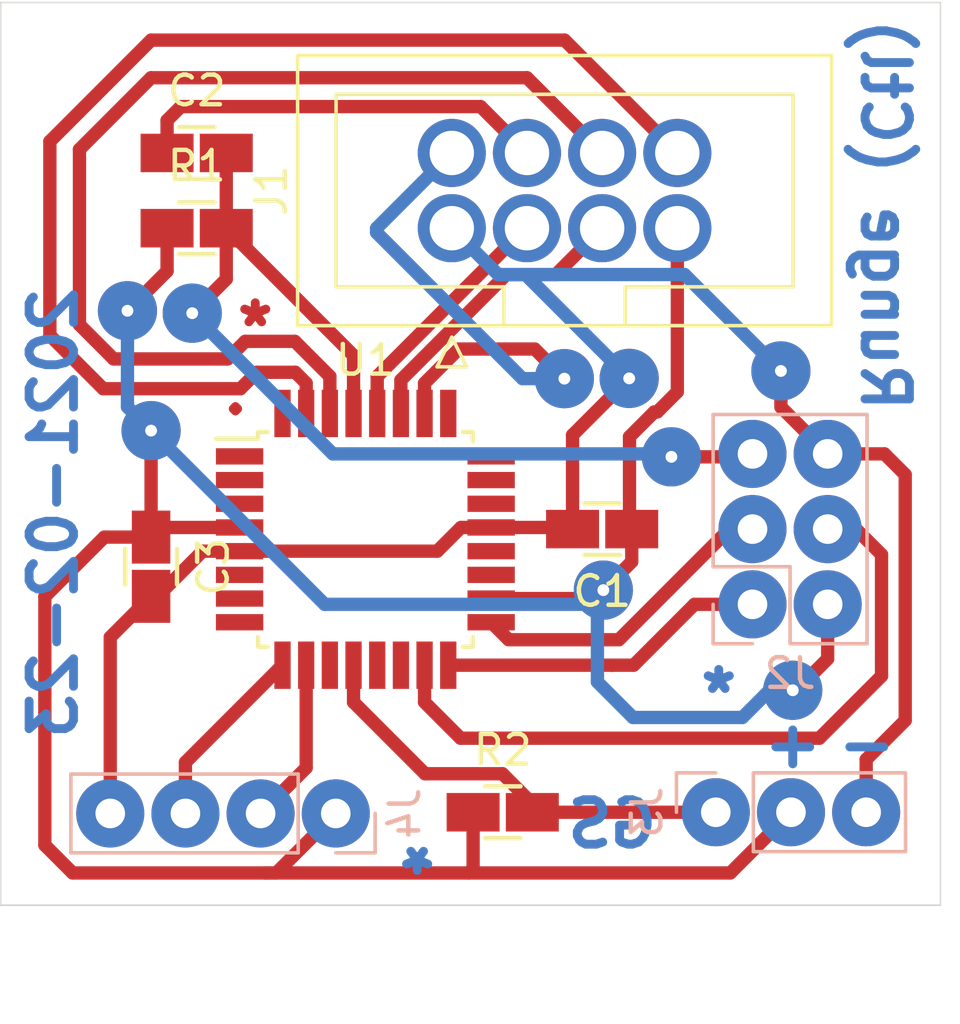
<source format=kicad_pcb>
(kicad_pcb (version 20171130) (host pcbnew 5.1.9-73d0e3b20d~88~ubuntu20.04.1)

  (general
    (thickness 1.6)
    (drawings 13)
    (tracks 155)
    (zones 0)
    (modules 10)
    (nets 16)
  )

  (page A4)
  (layers
    (0 F.Cu signal)
    (31 B.Cu signal)
    (32 B.Adhes user)
    (33 F.Adhes user)
    (34 B.Paste user)
    (35 F.Paste user)
    (36 B.SilkS user)
    (37 F.SilkS user)
    (38 B.Mask user)
    (39 F.Mask user)
    (40 Dwgs.User user)
    (41 Cmts.User user)
    (42 Eco1.User user)
    (43 Eco2.User user)
    (44 Edge.Cuts user)
    (45 Margin user)
    (46 B.CrtYd user)
    (47 F.CrtYd user)
    (48 B.Fab user)
    (49 F.Fab user)
  )

  (setup
    (last_trace_width 0.45)
    (trace_clearance 0.19)
    (zone_clearance 0.508)
    (zone_45_only no)
    (trace_min 0.2)
    (via_size 2)
    (via_drill 0.4)
    (via_min_size 0.4)
    (via_min_drill 0.3)
    (uvia_size 0.3)
    (uvia_drill 0.1)
    (uvias_allowed no)
    (uvia_min_size 0.2)
    (uvia_min_drill 0.1)
    (edge_width 0.05)
    (segment_width 0.2)
    (pcb_text_width 0.3)
    (pcb_text_size 1.5 1.5)
    (mod_edge_width 0.12)
    (mod_text_size 1 1)
    (mod_text_width 0.15)
    (pad_size 1.524 1.524)
    (pad_drill 0.762)
    (pad_to_mask_clearance 0)
    (aux_axis_origin 0 0)
    (visible_elements FFFFFF7F)
    (pcbplotparams
      (layerselection 0x010fc_ffffffff)
      (usegerberextensions false)
      (usegerberattributes true)
      (usegerberadvancedattributes true)
      (creategerberjobfile true)
      (excludeedgelayer true)
      (linewidth 0.100000)
      (plotframeref false)
      (viasonmask false)
      (mode 1)
      (useauxorigin false)
      (hpglpennumber 1)
      (hpglpenspeed 20)
      (hpglpendiameter 15.000000)
      (psnegative false)
      (psa4output false)
      (plotreference true)
      (plotvalue true)
      (plotinvisibletext false)
      (padsonsilk false)
      (subtractmaskfromsilk false)
      (outputformat 1)
      (mirror false)
      (drillshape 1)
      (scaleselection 1)
      (outputdirectory ""))
  )

  (net 0 "")
  (net 1 +5V)
  (net 2 GND)
  (net 3 DTR)
  (net 4 RESET)
  (net 5 TXD)
  (net 6 RXD)
  (net 7 INT)
  (net 8 SDA)
  (net 9 SCL)
  (net 10 MOSI)
  (net 11 SCK)
  (net 12 MISO)
  (net 13 GRINDER)
  (net 14 "Net-(J4-Pad3)")
  (net 15 "Net-(J4-Pad2)")

  (net_class Default "This is the default net class."
    (clearance 0.19)
    (trace_width 0.45)
    (via_dia 2)
    (via_drill 0.4)
    (uvia_dia 0.3)
    (uvia_drill 0.1)
    (add_net +5V)
    (add_net DTR)
    (add_net GND)
    (add_net GRINDER)
    (add_net INT)
    (add_net MISO)
    (add_net MOSI)
    (add_net "Net-(J4-Pad2)")
    (add_net "Net-(J4-Pad3)")
    (add_net RESET)
    (add_net RXD)
    (add_net SCK)
    (add_net SCL)
    (add_net SDA)
    (add_net TXD)
  )

  (module Connector_IDC:IDC-Header_2x04_P2.54mm_Vertical (layer F.Cu) (tedit 6035F848) (tstamp 602C9C70)
    (at 144.78 55.88 90)
    (descr "Through hole IDC box header, 2x04, 2.54mm pitch, DIN 41651 / IEC 60603-13, double rows, https://docs.google.com/spreadsheets/d/16SsEcesNF15N3Lb4niX7dcUr-NY5_MFPQhobNuNppn4/edit#gid=0")
    (tags "Through hole vertical IDC box header THT 2x04 2.54mm double row")
    (path /602C985D)
    (fp_text reference J1 (at 1.27 -6.1 90) (layer F.SilkS)
      (effects (font (size 1 1) (thickness 0.15)))
    )
    (fp_text value "Board Connector" (at 1.27 13.72 90) (layer F.Fab)
      (effects (font (size 1 1) (thickness 0.15)))
    )
    (fp_line (start 6.22 -5.6) (end -3.68 -5.6) (layer F.CrtYd) (width 0.05))
    (fp_line (start 6.22 13.22) (end 6.22 -5.6) (layer F.CrtYd) (width 0.05))
    (fp_line (start -3.68 13.22) (end 6.22 13.22) (layer F.CrtYd) (width 0.05))
    (fp_line (start -3.68 -5.6) (end -3.68 13.22) (layer F.CrtYd) (width 0.05))
    (fp_line (start -4.68 0.5) (end -3.68 0) (layer F.SilkS) (width 0.12))
    (fp_line (start -4.68 -0.5) (end -4.68 0.5) (layer F.SilkS) (width 0.12))
    (fp_line (start -3.68 0) (end -4.68 -0.5) (layer F.SilkS) (width 0.12))
    (fp_line (start -1.98 5.86) (end -3.29 5.86) (layer F.SilkS) (width 0.12))
    (fp_line (start -1.98 5.86) (end -1.98 5.86) (layer F.SilkS) (width 0.12))
    (fp_line (start -1.98 11.53) (end -1.98 5.86) (layer F.SilkS) (width 0.12))
    (fp_line (start 4.52 11.53) (end -1.98 11.53) (layer F.SilkS) (width 0.12))
    (fp_line (start 4.52 -3.91) (end 4.52 11.53) (layer F.SilkS) (width 0.12))
    (fp_line (start -1.98 -3.91) (end 4.52 -3.91) (layer F.SilkS) (width 0.12))
    (fp_line (start -1.98 1.76) (end -1.98 -3.91) (layer F.SilkS) (width 0.12))
    (fp_line (start -3.29 1.76) (end -1.98 1.76) (layer F.SilkS) (width 0.12))
    (fp_line (start -3.29 12.83) (end -3.29 -5.21) (layer F.SilkS) (width 0.12))
    (fp_line (start 5.83 12.83) (end -3.29 12.83) (layer F.SilkS) (width 0.12))
    (fp_line (start 5.83 -5.21) (end 5.83 12.83) (layer F.SilkS) (width 0.12))
    (fp_line (start -3.29 -5.21) (end 5.83 -5.21) (layer F.SilkS) (width 0.12))
    (fp_line (start -1.98 5.86) (end -3.18 5.86) (layer F.Fab) (width 0.1))
    (fp_line (start -1.98 5.86) (end -1.98 5.86) (layer F.Fab) (width 0.1))
    (fp_line (start -1.98 11.53) (end -1.98 5.86) (layer F.Fab) (width 0.1))
    (fp_line (start 4.52 11.53) (end -1.98 11.53) (layer F.Fab) (width 0.1))
    (fp_line (start 4.52 -3.91) (end 4.52 11.53) (layer F.Fab) (width 0.1))
    (fp_line (start -1.98 -3.91) (end 4.52 -3.91) (layer F.Fab) (width 0.1))
    (fp_line (start -1.98 1.76) (end -1.98 -3.91) (layer F.Fab) (width 0.1))
    (fp_line (start -3.18 1.76) (end -1.98 1.76) (layer F.Fab) (width 0.1))
    (fp_line (start -3.18 12.72) (end -3.18 -4.1) (layer F.Fab) (width 0.1))
    (fp_line (start 5.72 12.72) (end -3.18 12.72) (layer F.Fab) (width 0.1))
    (fp_line (start 5.72 -5.1) (end 5.72 12.72) (layer F.Fab) (width 0.1))
    (fp_line (start -2.18 -5.1) (end 5.72 -5.1) (layer F.Fab) (width 0.1))
    (fp_line (start -3.18 -4.1) (end -2.18 -5.1) (layer F.Fab) (width 0.1))
    (fp_text user %R (at 1.27 3.81 180) (layer F.Fab)
      (effects (font (size 1 1) (thickness 0.15)))
    )
    (pad 8 thru_hole circle (at 2.54 7.62 90) (size 2.3 2.3) (drill 1.5) (layers *.Cu *.Mask)
      (net 5 TXD))
    (pad 6 thru_hole circle (at 2.54 5.08 90) (size 2.3 2.3) (drill 1.5) (layers *.Cu *.Mask)
      (net 6 RXD))
    (pad 4 thru_hole circle (at 2.54 2.54 90) (size 2.3 2.3) (drill 1.5) (layers *.Cu *.Mask)
      (net 3 DTR))
    (pad 2 thru_hole circle (at 2.54 0 90) (size 2.3 2.3) (drill 1.5) (layers *.Cu *.Mask)
      (net 7 INT))
    (pad 7 thru_hole circle (at 0 7.62 90) (size 2.3 2.3) (drill 1.5) (layers *.Cu *.Mask)
      (net 1 +5V))
    (pad 5 thru_hole circle (at 0 5.08 90) (size 2.3 2.3) (drill 1.5) (layers *.Cu *.Mask)
      (net 8 SDA))
    (pad 3 thru_hole circle (at 0 2.54 90) (size 2.3 2.3) (drill 1.5) (layers *.Cu *.Mask)
      (net 9 SCL))
    (pad 1 thru_hole circle (at 0 0 90) (size 2.3 2.3) (drill 1.5) (layers *.Cu *.Mask)
      (net 2 GND))
    (model ${KISYS3DMOD}/Connector_IDC.3dshapes/IDC-Header_2x04_P2.54mm_Vertical.wrl
      (at (xyz 0 0 0))
      (scale (xyz 1 1 1))
      (rotate (xyz 0 0 0))
    )
  )

  (module Connector_PinHeader_2.54mm:PinHeader_2x03_P2.54mm_Vertical (layer B.Cu) (tedit 602C9F73) (tstamp 602C9C8C)
    (at 154.94 68.58)
    (descr "Through hole straight pin header, 2x03, 2.54mm pitch, double rows")
    (tags "Through hole pin header THT 2x03 2.54mm double row")
    (path /602E2B8B)
    (fp_text reference J2 (at 1.27 2.33) (layer B.SilkS)
      (effects (font (size 1 1) (thickness 0.15)) (justify mirror))
    )
    (fp_text value ICSP (at 1.27 -7.41) (layer B.Fab)
      (effects (font (size 1 1) (thickness 0.15)) (justify mirror))
    )
    (fp_line (start 0 1.27) (end 3.81 1.27) (layer B.Fab) (width 0.1))
    (fp_line (start 3.81 1.27) (end 3.81 -6.35) (layer B.Fab) (width 0.1))
    (fp_line (start 3.81 -6.35) (end -1.27 -6.35) (layer B.Fab) (width 0.1))
    (fp_line (start -1.27 -6.35) (end -1.27 0) (layer B.Fab) (width 0.1))
    (fp_line (start -1.27 0) (end 0 1.27) (layer B.Fab) (width 0.1))
    (fp_line (start -1.33 -6.41) (end 3.87 -6.41) (layer B.SilkS) (width 0.12))
    (fp_line (start -1.33 -1.27) (end -1.33 -6.41) (layer B.SilkS) (width 0.12))
    (fp_line (start 3.87 1.33) (end 3.87 -6.41) (layer B.SilkS) (width 0.12))
    (fp_line (start -1.33 -1.27) (end 1.27 -1.27) (layer B.SilkS) (width 0.12))
    (fp_line (start 1.27 -1.27) (end 1.27 1.33) (layer B.SilkS) (width 0.12))
    (fp_line (start 1.27 1.33) (end 3.87 1.33) (layer B.SilkS) (width 0.12))
    (fp_line (start -1.33 0) (end -1.33 1.33) (layer B.SilkS) (width 0.12))
    (fp_line (start -1.33 1.33) (end 0 1.33) (layer B.SilkS) (width 0.12))
    (fp_line (start -1.8 1.8) (end -1.8 -6.85) (layer B.CrtYd) (width 0.05))
    (fp_line (start -1.8 -6.85) (end 4.35 -6.85) (layer B.CrtYd) (width 0.05))
    (fp_line (start 4.35 -6.85) (end 4.35 1.8) (layer B.CrtYd) (width 0.05))
    (fp_line (start 4.35 1.8) (end -1.8 1.8) (layer B.CrtYd) (width 0.05))
    (fp_text user %R (at 1.27 -2.54 -90) (layer B.Fab)
      (effects (font (size 1 1) (thickness 0.15)) (justify mirror))
    )
    (pad 6 thru_hole circle (at 2.54 -5.08) (size 2.3 2.3) (drill 1) (layers *.Cu *.Mask)
      (net 2 GND))
    (pad 5 thru_hole circle (at 0 -5.08) (size 2.3 2.3) (drill 1) (layers *.Cu *.Mask)
      (net 4 RESET))
    (pad 4 thru_hole circle (at 2.54 -2.54) (size 2.3 2.3) (drill 1) (layers *.Cu *.Mask)
      (net 10 MOSI))
    (pad 3 thru_hole circle (at 0 -2.54) (size 2.3 2.3) (drill 1) (layers *.Cu *.Mask)
      (net 11 SCK))
    (pad 2 thru_hole circle (at 2.54 0) (size 2.3 2.3) (drill 1) (layers *.Cu *.Mask)
      (net 1 +5V))
    (pad 1 thru_hole circle (at 0 0) (size 2.3 2.3) (drill 1) (layers *.Cu *.Mask)
      (net 12 MISO))
    (model ${KISYS3DMOD}/Connector_PinHeader_2.54mm.3dshapes/PinHeader_2x03_P2.54mm_Vertical.wrl
      (at (xyz 0 0 0))
      (scale (xyz 1 1 1))
      (rotate (xyz 0 0 0))
    )
  )

  (module Connector_PinHeader_2.54mm:PinHeader_1x04_P2.54mm_Vertical (layer B.Cu) (tedit 602C9D96) (tstamp 602CA1DA)
    (at 140.86 75.64 90)
    (descr "Through hole straight pin header, 1x04, 2.54mm pitch, single row")
    (tags "Through hole pin header THT 1x04 2.54mm single row")
    (path /602CAF50)
    (fp_text reference J4 (at 0 2.33 270) (layer B.SilkS)
      (effects (font (size 1 1) (thickness 0.15)) (justify mirror))
    )
    (fp_text value "Load Cell" (at 0 -9.95 270) (layer B.Fab)
      (effects (font (size 1 1) (thickness 0.15)) (justify mirror))
    )
    (fp_line (start -0.635 1.27) (end 1.27 1.27) (layer B.Fab) (width 0.1))
    (fp_line (start 1.27 1.27) (end 1.27 -8.89) (layer B.Fab) (width 0.1))
    (fp_line (start 1.27 -8.89) (end -1.27 -8.89) (layer B.Fab) (width 0.1))
    (fp_line (start -1.27 -8.89) (end -1.27 0.635) (layer B.Fab) (width 0.1))
    (fp_line (start -1.27 0.635) (end -0.635 1.27) (layer B.Fab) (width 0.1))
    (fp_line (start -1.33 -8.95) (end 1.33 -8.95) (layer B.SilkS) (width 0.12))
    (fp_line (start -1.33 -1.27) (end -1.33 -8.95) (layer B.SilkS) (width 0.12))
    (fp_line (start 1.33 -1.27) (end 1.33 -8.95) (layer B.SilkS) (width 0.12))
    (fp_line (start -1.33 -1.27) (end 1.33 -1.27) (layer B.SilkS) (width 0.12))
    (fp_line (start -1.33 0) (end -1.33 1.33) (layer B.SilkS) (width 0.12))
    (fp_line (start -1.33 1.33) (end 0 1.33) (layer B.SilkS) (width 0.12))
    (fp_line (start -1.8 1.8) (end -1.8 -9.4) (layer B.CrtYd) (width 0.05))
    (fp_line (start -1.8 -9.4) (end 1.8 -9.4) (layer B.CrtYd) (width 0.05))
    (fp_line (start 1.8 -9.4) (end 1.8 1.8) (layer B.CrtYd) (width 0.05))
    (fp_line (start 1.8 1.8) (end -1.8 1.8) (layer B.CrtYd) (width 0.05))
    (fp_text user %R (at 0 -3.81 90) (layer B.Fab)
      (effects (font (size 1 1) (thickness 0.15)) (justify mirror))
    )
    (pad 4 thru_hole circle (at 0 -7.62 90) (size 2.3 2.3) (drill 1) (layers *.Cu *.Mask)
      (net 2 GND))
    (pad 3 thru_hole circle (at 0 -5.08 90) (size 2.3 2.3) (drill 1) (layers *.Cu *.Mask)
      (net 14 "Net-(J4-Pad3)"))
    (pad 2 thru_hole circle (at 0 -2.54 90) (size 2.3 2.3) (drill 1) (layers *.Cu *.Mask)
      (net 15 "Net-(J4-Pad2)"))
    (pad 1 thru_hole circle (at 0 0 90) (size 2.3 2.3) (drill 1) (layers *.Cu *.Mask)
      (net 1 +5V))
    (model ${KISYS3DMOD}/Connector_PinHeader_2.54mm.3dshapes/PinHeader_1x04_P2.54mm_Vertical.wrl
      (at (xyz 0 0 0))
      (scale (xyz 1 1 1))
      (rotate (xyz 0 0 0))
    )
  )

  (module Connector_PinHeader_2.54mm:PinHeader_1x03_P2.54mm_Vertical (layer B.Cu) (tedit 602C9728) (tstamp 602C9CA3)
    (at 153.7 75.6 270)
    (descr "Through hole straight pin header, 1x03, 2.54mm pitch, single row")
    (tags "Through hole pin header THT 1x03 2.54mm single row")
    (path /602DD5D0)
    (fp_text reference J3 (at 0 2.33 270) (layer B.SilkS)
      (effects (font (size 1 1) (thickness 0.15)) (justify mirror))
    )
    (fp_text value "Power and Grinder" (at 0 -7.41 270) (layer B.Fab)
      (effects (font (size 1 1) (thickness 0.15)) (justify mirror))
    )
    (fp_line (start 1.8 1.8) (end -1.8 1.8) (layer B.CrtYd) (width 0.05))
    (fp_line (start 1.8 -6.85) (end 1.8 1.8) (layer B.CrtYd) (width 0.05))
    (fp_line (start -1.8 -6.85) (end 1.8 -6.85) (layer B.CrtYd) (width 0.05))
    (fp_line (start -1.8 1.8) (end -1.8 -6.85) (layer B.CrtYd) (width 0.05))
    (fp_line (start -1.33 1.33) (end 0 1.33) (layer B.SilkS) (width 0.12))
    (fp_line (start -1.33 0) (end -1.33 1.33) (layer B.SilkS) (width 0.12))
    (fp_line (start -1.33 -1.27) (end 1.33 -1.27) (layer B.SilkS) (width 0.12))
    (fp_line (start 1.33 -1.27) (end 1.33 -6.41) (layer B.SilkS) (width 0.12))
    (fp_line (start -1.33 -1.27) (end -1.33 -6.41) (layer B.SilkS) (width 0.12))
    (fp_line (start -1.33 -6.41) (end 1.33 -6.41) (layer B.SilkS) (width 0.12))
    (fp_line (start -1.27 0.635) (end -0.635 1.27) (layer B.Fab) (width 0.1))
    (fp_line (start -1.27 -6.35) (end -1.27 0.635) (layer B.Fab) (width 0.1))
    (fp_line (start 1.27 -6.35) (end -1.27 -6.35) (layer B.Fab) (width 0.1))
    (fp_line (start 1.27 1.27) (end 1.27 -6.35) (layer B.Fab) (width 0.1))
    (fp_line (start -0.635 1.27) (end 1.27 1.27) (layer B.Fab) (width 0.1))
    (fp_text user %R (at 0 -2.54) (layer B.Fab)
      (effects (font (size 1 1) (thickness 0.15)) (justify mirror))
    )
    (pad 3 thru_hole circle (at 0 -5.08 270) (size 2.3 2.3) (drill 1) (layers *.Cu *.Mask)
      (net 2 GND))
    (pad 2 thru_hole circle (at 0 -2.54 270) (size 2.3 2.3) (drill 1) (layers *.Cu *.Mask)
      (net 1 +5V))
    (pad 1 thru_hole circle (at 0 0 270) (size 2.3 2.3) (drill 1) (layers *.Cu *.Mask)
      (net 13 GRINDER))
    (model ${KISYS3DMOD}/Connector_PinHeader_2.54mm.3dshapes/PinHeader_1x03_P2.54mm_Vertical.wrl
      (at (xyz 0 0 0))
      (scale (xyz 1 1 1))
      (rotate (xyz 0 0 0))
    )
  )

  (module coddingtonbear:0805_Milling (layer F.Cu) (tedit 5A864972) (tstamp 602CA1BA)
    (at 134.62 67.31 270)
    (descr "Resistor SMD 0805, reflow soldering, Vishay (see dcrcw.pdf)")
    (tags "resistor 0805")
    (path /602F6F2A)
    (attr smd)
    (fp_text reference C3 (at 0 -2.1 90) (layer F.SilkS)
      (effects (font (size 1 1) (thickness 0.15)))
    )
    (fp_text value 0.1u (at 0 2.1 90) (layer F.Fab)
      (effects (font (size 1 1) (thickness 0.15)))
    )
    (fp_line (start 0.6 0.875) (end -0.6 0.875) (layer F.SilkS) (width 0.15))
    (fp_line (start -0.6 -0.875) (end 0.6 -0.875) (layer F.SilkS) (width 0.15))
    (pad 1 smd rect (at -1 0 270) (size 1.79 1.3) (layers F.Cu F.Paste F.Mask)
      (net 1 +5V))
    (pad 2 smd rect (at 1 0 270) (size 1.79 1.3) (layers F.Cu F.Paste F.Mask)
      (net 2 GND))
    (model Resistors_SMD.3dshapes/R_0805.wrl
      (at (xyz 0 0 0))
      (scale (xyz 1 1 1))
      (rotate (xyz 0 0 0))
    )
  )

  (module Package_QFP:TQFP-32_7x7mm_P0.8mm (layer F.Cu) (tedit 5A02F146) (tstamp 602C9CEA)
    (at 141.860001 66.385)
    (descr "32-Lead Plastic Thin Quad Flatpack (PT) - 7x7x1.0 mm Body, 2.00 mm [TQFP] (see Microchip Packaging Specification 00000049BS.pdf)")
    (tags "QFP 0.8")
    (path /602CC02B)
    (attr smd)
    (fp_text reference U1 (at 0 -6.05) (layer F.SilkS)
      (effects (font (size 1 1) (thickness 0.15)))
    )
    (fp_text value ATmega328PB-AU (at 0 6.05) (layer F.Fab)
      (effects (font (size 1 1) (thickness 0.15)))
    )
    (fp_line (start -3.625 -3.4) (end -5.05 -3.4) (layer F.SilkS) (width 0.15))
    (fp_line (start 3.625 -3.625) (end 3.3 -3.625) (layer F.SilkS) (width 0.15))
    (fp_line (start 3.625 3.625) (end 3.3 3.625) (layer F.SilkS) (width 0.15))
    (fp_line (start -3.625 3.625) (end -3.3 3.625) (layer F.SilkS) (width 0.15))
    (fp_line (start -3.625 -3.625) (end -3.3 -3.625) (layer F.SilkS) (width 0.15))
    (fp_line (start -3.625 3.625) (end -3.625 3.3) (layer F.SilkS) (width 0.15))
    (fp_line (start 3.625 3.625) (end 3.625 3.3) (layer F.SilkS) (width 0.15))
    (fp_line (start 3.625 -3.625) (end 3.625 -3.3) (layer F.SilkS) (width 0.15))
    (fp_line (start -3.625 -3.625) (end -3.625 -3.4) (layer F.SilkS) (width 0.15))
    (fp_line (start -5.3 5.3) (end 5.3 5.3) (layer F.CrtYd) (width 0.05))
    (fp_line (start -5.3 -5.3) (end 5.3 -5.3) (layer F.CrtYd) (width 0.05))
    (fp_line (start 5.3 -5.3) (end 5.3 5.3) (layer F.CrtYd) (width 0.05))
    (fp_line (start -5.3 -5.3) (end -5.3 5.3) (layer F.CrtYd) (width 0.05))
    (fp_line (start -3.5 -2.5) (end -2.5 -3.5) (layer F.Fab) (width 0.15))
    (fp_line (start -3.5 3.5) (end -3.5 -2.5) (layer F.Fab) (width 0.15))
    (fp_line (start 3.5 3.5) (end -3.5 3.5) (layer F.Fab) (width 0.15))
    (fp_line (start 3.5 -3.5) (end 3.5 3.5) (layer F.Fab) (width 0.15))
    (fp_line (start -2.5 -3.5) (end 3.5 -3.5) (layer F.Fab) (width 0.15))
    (fp_text user %R (at 0 0) (layer F.Fab)
      (effects (font (size 1 1) (thickness 0.15)))
    )
    (pad 32 smd rect (at -2.8 -4.25 90) (size 1.6 0.55) (layers F.Cu F.Paste F.Mask))
    (pad 31 smd rect (at -2 -4.25 90) (size 1.6 0.55) (layers F.Cu F.Paste F.Mask)
      (net 5 TXD))
    (pad 30 smd rect (at -1.2 -4.25 90) (size 1.6 0.55) (layers F.Cu F.Paste F.Mask)
      (net 6 RXD))
    (pad 29 smd rect (at -0.4 -4.25 90) (size 1.6 0.55) (layers F.Cu F.Paste F.Mask)
      (net 4 RESET))
    (pad 28 smd rect (at 0.4 -4.25 90) (size 1.6 0.55) (layers F.Cu F.Paste F.Mask)
      (net 9 SCL))
    (pad 27 smd rect (at 1.2 -4.25 90) (size 1.6 0.55) (layers F.Cu F.Paste F.Mask)
      (net 8 SDA))
    (pad 26 smd rect (at 2 -4.25 90) (size 1.6 0.55) (layers F.Cu F.Paste F.Mask)
      (net 7 INT))
    (pad 25 smd rect (at 2.8 -4.25 90) (size 1.6 0.55) (layers F.Cu F.Paste F.Mask))
    (pad 24 smd rect (at 4.25 -2.8) (size 1.6 0.55) (layers F.Cu F.Paste F.Mask))
    (pad 23 smd rect (at 4.25 -2) (size 1.6 0.55) (layers F.Cu F.Paste F.Mask))
    (pad 22 smd rect (at 4.25 -1.2) (size 1.6 0.55) (layers F.Cu F.Paste F.Mask))
    (pad 21 smd rect (at 4.25 -0.4) (size 1.6 0.55) (layers F.Cu F.Paste F.Mask)
      (net 2 GND))
    (pad 20 smd rect (at 4.25 0.4) (size 1.6 0.55) (layers F.Cu F.Paste F.Mask))
    (pad 19 smd rect (at 4.25 1.2) (size 1.6 0.55) (layers F.Cu F.Paste F.Mask))
    (pad 18 smd rect (at 4.25 2) (size 1.6 0.55) (layers F.Cu F.Paste F.Mask)
      (net 1 +5V))
    (pad 17 smd rect (at 4.25 2.8) (size 1.6 0.55) (layers F.Cu F.Paste F.Mask)
      (net 11 SCK))
    (pad 16 smd rect (at 2.8 4.25 90) (size 1.6 0.55) (layers F.Cu F.Paste F.Mask)
      (net 12 MISO))
    (pad 15 smd rect (at 2 4.25 90) (size 1.6 0.55) (layers F.Cu F.Paste F.Mask)
      (net 10 MOSI))
    (pad 14 smd rect (at 1.2 4.25 90) (size 1.6 0.55) (layers F.Cu F.Paste F.Mask))
    (pad 13 smd rect (at 0.4 4.25 90) (size 1.6 0.55) (layers F.Cu F.Paste F.Mask))
    (pad 12 smd rect (at -0.4 4.25 90) (size 1.6 0.55) (layers F.Cu F.Paste F.Mask)
      (net 13 GRINDER))
    (pad 11 smd rect (at -1.2 4.25 90) (size 1.6 0.55) (layers F.Cu F.Paste F.Mask))
    (pad 10 smd rect (at -2 4.25 90) (size 1.6 0.55) (layers F.Cu F.Paste F.Mask)
      (net 15 "Net-(J4-Pad2)"))
    (pad 9 smd rect (at -2.8 4.25 90) (size 1.6 0.55) (layers F.Cu F.Paste F.Mask)
      (net 14 "Net-(J4-Pad3)"))
    (pad 8 smd rect (at -4.25 2.8) (size 1.6 0.55) (layers F.Cu F.Paste F.Mask))
    (pad 7 smd rect (at -4.25 2) (size 1.6 0.55) (layers F.Cu F.Paste F.Mask))
    (pad 6 smd rect (at -4.25 1.2) (size 1.6 0.55) (layers F.Cu F.Paste F.Mask))
    (pad 5 smd rect (at -4.25 0.4) (size 1.6 0.55) (layers F.Cu F.Paste F.Mask)
      (net 2 GND))
    (pad 4 smd rect (at -4.25 -0.4) (size 1.6 0.55) (layers F.Cu F.Paste F.Mask)
      (net 1 +5V))
    (pad 3 smd rect (at -4.25 -1.2) (size 1.6 0.55) (layers F.Cu F.Paste F.Mask))
    (pad 2 smd rect (at -4.25 -2) (size 1.6 0.55) (layers F.Cu F.Paste F.Mask))
    (pad 1 smd rect (at -4.25 -2.8) (size 1.6 0.55) (layers F.Cu F.Paste F.Mask))
    (model ${KISYS3DMOD}/Package_QFP.3dshapes/TQFP-32_7x7mm_P0.8mm.wrl
      (at (xyz 0 0 0))
      (scale (xyz 1 1 1))
      (rotate (xyz 0 0 0))
    )
  )

  (module coddingtonbear:0805_Milling (layer F.Cu) (tedit 5A864972) (tstamp 602C9CB3)
    (at 146.5 75.6)
    (descr "Resistor SMD 0805, reflow soldering, Vishay (see dcrcw.pdf)")
    (tags "resistor 0805")
    (path /602DF22D)
    (attr smd)
    (fp_text reference R2 (at 0 -2.1) (layer F.SilkS)
      (effects (font (size 1 1) (thickness 0.15)))
    )
    (fp_text value 10k (at 0 2.1) (layer F.Fab)
      (effects (font (size 1 1) (thickness 0.15)))
    )
    (fp_line (start 0.6 0.875) (end -0.6 0.875) (layer F.SilkS) (width 0.15))
    (fp_line (start -0.6 -0.875) (end 0.6 -0.875) (layer F.SilkS) (width 0.15))
    (pad 1 smd rect (at -1 0) (size 1.79 1.3) (layers F.Cu F.Paste F.Mask)
      (net 1 +5V))
    (pad 2 smd rect (at 1 0) (size 1.79 1.3) (layers F.Cu F.Paste F.Mask)
      (net 13 GRINDER))
    (model Resistors_SMD.3dshapes/R_0805.wrl
      (at (xyz 0 0 0))
      (scale (xyz 1 1 1))
      (rotate (xyz 0 0 0))
    )
  )

  (module coddingtonbear:0805_Milling (layer F.Cu) (tedit 5A864972) (tstamp 602C9CAB)
    (at 136.16 55.88)
    (descr "Resistor SMD 0805, reflow soldering, Vishay (see dcrcw.pdf)")
    (tags "resistor 0805")
    (path /602DB638)
    (attr smd)
    (fp_text reference R1 (at 0 -2.1) (layer F.SilkS)
      (effects (font (size 1 1) (thickness 0.15)))
    )
    (fp_text value 10k (at 0 2.1) (layer F.Fab)
      (effects (font (size 1 1) (thickness 0.15)))
    )
    (fp_line (start 0.6 0.875) (end -0.6 0.875) (layer F.SilkS) (width 0.15))
    (fp_line (start -0.6 -0.875) (end 0.6 -0.875) (layer F.SilkS) (width 0.15))
    (pad 1 smd rect (at -1 0) (size 1.79 1.3) (layers F.Cu F.Paste F.Mask)
      (net 1 +5V))
    (pad 2 smd rect (at 1 0) (size 1.79 1.3) (layers F.Cu F.Paste F.Mask)
      (net 4 RESET))
    (model Resistors_SMD.3dshapes/R_0805.wrl
      (at (xyz 0 0 0))
      (scale (xyz 1 1 1))
      (rotate (xyz 0 0 0))
    )
  )

  (module coddingtonbear:0805_Milling (layer F.Cu) (tedit 5A864972) (tstamp 602C9C43)
    (at 136.16 53.34)
    (descr "Resistor SMD 0805, reflow soldering, Vishay (see dcrcw.pdf)")
    (tags "resistor 0805")
    (path /602D84D7)
    (attr smd)
    (fp_text reference C2 (at 0 -2.1) (layer F.SilkS)
      (effects (font (size 1 1) (thickness 0.15)))
    )
    (fp_text value 0.1u (at 0 2.1) (layer F.Fab)
      (effects (font (size 1 1) (thickness 0.15)))
    )
    (fp_line (start 0.6 0.875) (end -0.6 0.875) (layer F.SilkS) (width 0.15))
    (fp_line (start -0.6 -0.875) (end 0.6 -0.875) (layer F.SilkS) (width 0.15))
    (pad 1 smd rect (at -1 0) (size 1.79 1.3) (layers F.Cu F.Paste F.Mask)
      (net 3 DTR))
    (pad 2 smd rect (at 1 0) (size 1.79 1.3) (layers F.Cu F.Paste F.Mask)
      (net 4 RESET))
    (model Resistors_SMD.3dshapes/R_0805.wrl
      (at (xyz 0 0 0))
      (scale (xyz 1 1 1))
      (rotate (xyz 0 0 0))
    )
  )

  (module coddingtonbear:0805_Milling (layer F.Cu) (tedit 5A864972) (tstamp 602C9C3B)
    (at 149.86 66.04 180)
    (descr "Resistor SMD 0805, reflow soldering, Vishay (see dcrcw.pdf)")
    (tags "resistor 0805")
    (path /602D423B)
    (attr smd)
    (fp_text reference C1 (at 0 -2.1) (layer F.SilkS)
      (effects (font (size 1 1) (thickness 0.15)))
    )
    (fp_text value 0.1u (at 0 2.1) (layer F.Fab)
      (effects (font (size 1 1) (thickness 0.15)))
    )
    (fp_line (start 0.6 0.875) (end -0.6 0.875) (layer F.SilkS) (width 0.15))
    (fp_line (start -0.6 -0.875) (end 0.6 -0.875) (layer F.SilkS) (width 0.15))
    (pad 1 smd rect (at -1 0 180) (size 1.79 1.3) (layers F.Cu F.Paste F.Mask)
      (net 1 +5V))
    (pad 2 smd rect (at 1 0 180) (size 1.79 1.3) (layers F.Cu F.Paste F.Mask)
      (net 2 GND))
    (model Resistors_SMD.3dshapes/R_0805.wrl
      (at (xyz 0 0 0))
      (scale (xyz 1 1 1))
      (rotate (xyz 0 0 0))
    )
  )

  (gr_text "Runge (Ctl)" (at 159.42 55.43 270) (layer B.Cu)
    (effects (font (size 1.5 1.5) (thickness 0.3)) (justify mirror))
  )
  (gr_text 2021-02-23 (at 131.32 65.49 90) (layer B.Cu)
    (effects (font (size 1.5 1.5) (thickness 0.3)) (justify mirror))
  )
  (gr_text * (at 143.61 76.74 180) (layer B.Cu)
    (effects (font (size 1.5 1.5) (thickness 0.3)) (justify mirror))
  )
  (gr_text . (at 137.47 61.37) (layer F.Cu)
    (effects (font (size 1.5 1.5) (thickness 0.3)))
  )
  (gr_text * (at 138.14 59.22) (layer F.Cu)
    (effects (font (size 1.5 1.5) (thickness 0.3)))
  )
  (gr_text * (at 153.8 71.6) (layer B.Cu)
    (effects (font (size 1.5 1.5) (thickness 0.3)))
  )
  (gr_text GS (at 150.2 76) (layer B.Cu)
    (effects (font (size 1.5 1.5) (thickness 0.3)) (justify mirror))
  )
  (gr_text - (at 158.8 73.5 180) (layer B.Cu)
    (effects (font (size 1.5 1.5) (thickness 0.3)) (justify mirror))
  )
  (gr_text + (at 156.3 73.5 180) (layer B.Cu)
    (effects (font (size 1.5 1.5) (thickness 0.3)) (justify mirror))
  )
  (gr_line (start 129.54 48.26) (end 161.29 48.26) (layer Edge.Cuts) (width 0.05) (tstamp 602D02EC))
  (gr_line (start 129.54 78.74) (end 129.54 48.26) (layer Edge.Cuts) (width 0.05))
  (gr_line (start 161.29 78.74) (end 129.54 78.74) (layer Edge.Cuts) (width 0.05))
  (gr_line (start 161.29 48.26) (end 161.29 78.74) (layer Edge.Cuts) (width 0.05))

  (segment (start 134.945 65.985) (end 134.62 66.31) (width 0.45) (layer F.Cu) (net 1))
  (segment (start 137.610001 65.985) (end 134.945 65.985) (width 0.45) (layer F.Cu) (net 1))
  (segment (start 150.86 67.14) (end 150.86 66.04) (width 0.45) (layer F.Cu) (net 1))
  (segment (start 146.110001 68.385) (end 149.615 68.385) (width 0.45) (layer F.Cu) (net 1))
  (segment (start 149.86 68.58) (end 149.64 68.36) (width 0.45) (layer B.Cu) (net 1))
  (via (at 133.821515 58.668226) (size 2) (drill 0.4) (layers F.Cu B.Cu) (net 1))
  (segment (start 135.16 57.329741) (end 133.821515 58.668226) (width 0.45) (layer F.Cu) (net 1))
  (segment (start 135.16 55.88) (end 135.16 57.329741) (width 0.45) (layer F.Cu) (net 1))
  (segment (start 140.86 75.64) (end 138.85 77.65) (width 0.45) (layer F.Cu) (net 1))
  (segment (start 131.97 77.65) (end 131.03 76.71) (width 0.45) (layer F.Cu) (net 1))
  (segment (start 131.03 76.71) (end 131.03 68.32) (width 0.45) (layer F.Cu) (net 1))
  (segment (start 133.04 66.31) (end 134.62 66.31) (width 0.45) (layer F.Cu) (net 1))
  (segment (start 131.03 68.32) (end 133.04 66.31) (width 0.45) (layer F.Cu) (net 1))
  (segment (start 150.784999 65.964999) (end 150.784999 62.920799) (width 0.45) (layer F.Cu) (net 1))
  (segment (start 150.784999 62.920799) (end 151.620799 62.084999) (width 0.45) (layer F.Cu) (net 1))
  (segment (start 150.86 66.04) (end 150.784999 65.964999) (width 0.45) (layer F.Cu) (net 1))
  (segment (start 151.620799 62.084999) (end 151.720799 62.084999) (width 0.45) (layer F.Cu) (net 1))
  (segment (start 152.4 61.405798) (end 152.4 55.88) (width 0.45) (layer F.Cu) (net 1))
  (segment (start 151.720799 62.084999) (end 152.4 61.405798) (width 0.45) (layer F.Cu) (net 1))
  (segment (start 149.86 68.14) (end 149.9 68.1) (width 0.45) (layer B.Cu) (net 1))
  (segment (start 149.86 68.58) (end 149.86 68.14) (width 0.45) (layer B.Cu) (net 1))
  (segment (start 149.9 68.1) (end 150.86 67.14) (width 0.45) (layer F.Cu) (net 1))
  (via (at 149.9 68.1) (size 2) (drill 0.4) (layers F.Cu B.Cu) (net 1))
  (segment (start 149.615 68.385) (end 149.9 68.1) (width 0.45) (layer F.Cu) (net 1))
  (segment (start 154.19 77.65) (end 156.24 75.6) (width 0.45) (layer F.Cu) (net 1))
  (segment (start 138.85 77.65) (end 138.45 77.65) (width 0.45) (layer F.Cu) (net 1))
  (segment (start 138.45 77.65) (end 131.97 77.65) (width 0.45) (layer F.Cu) (net 1))
  (segment (start 145.5 77.5) (end 145.35 77.65) (width 0.45) (layer F.Cu) (net 1))
  (segment (start 145.5 75.6) (end 145.5 77.5) (width 0.45) (layer F.Cu) (net 1))
  (segment (start 145.35 77.65) (end 154.19 77.65) (width 0.45) (layer F.Cu) (net 1))
  (segment (start 138.45 77.65) (end 145.35 77.65) (width 0.45) (layer F.Cu) (net 1))
  (segment (start 157.48 68.58) (end 157.48 70.42) (width 0.45) (layer F.Cu) (net 1))
  (via (at 156.3 71.481428) (size 2) (drill 0.4) (layers F.Cu B.Cu) (net 1))
  (segment (start 156.418572 71.481428) (end 156.3 71.481428) (width 0.45) (layer F.Cu) (net 1))
  (segment (start 157.48 70.42) (end 156.418572 71.481428) (width 0.45) (layer F.Cu) (net 1))
  (segment (start 156.3 71.481428) (end 155.518572 71.481428) (width 0.45) (layer B.Cu) (net 1))
  (segment (start 155.518572 71.481428) (end 154.6 72.4) (width 0.45) (layer B.Cu) (net 1))
  (segment (start 154.6 72.4) (end 150.9 72.4) (width 0.45) (layer B.Cu) (net 1))
  (segment (start 150.9 72.4) (end 149.7 71.2) (width 0.45) (layer B.Cu) (net 1))
  (segment (start 149.7 68.3) (end 149.9 68.1) (width 0.45) (layer B.Cu) (net 1))
  (segment (start 149.7 71.2) (end 149.7 68.3) (width 0.45) (layer B.Cu) (net 1))
  (segment (start 133.821515 61.916525) (end 134.62 62.71501) (width 0.45) (layer B.Cu) (net 1))
  (segment (start 133.821515 58.668226) (end 133.821515 61.916525) (width 0.45) (layer B.Cu) (net 1))
  (segment (start 140.48499 68.58) (end 135.619999 63.715009) (width 0.45) (layer B.Cu) (net 1))
  (via (at 134.62 62.71501) (size 2) (drill 0.4) (layers F.Cu B.Cu) (net 1))
  (segment (start 134.62 66.31) (end 134.62 62.71501) (width 0.45) (layer F.Cu) (net 1))
  (segment (start 149.86 68.58) (end 140.48499 68.58) (width 0.45) (layer B.Cu) (net 1))
  (segment (start 135.619999 63.715009) (end 134.62 62.71501) (width 0.45) (layer B.Cu) (net 1))
  (segment (start 146.345001 57.445001) (end 151.425001 57.445001) (width 0.45) (layer B.Cu) (net 2))
  (segment (start 144.78 55.88) (end 146.345001 57.445001) (width 0.45) (layer B.Cu) (net 2))
  (segment (start 148.805 65.985) (end 148.86 66.04) (width 0.45) (layer F.Cu) (net 2))
  (segment (start 146.110001 65.985) (end 148.805 65.985) (width 0.45) (layer F.Cu) (net 2))
  (segment (start 136.360001 66.785) (end 137.610001 66.785) (width 0.45) (layer F.Cu) (net 2))
  (segment (start 134.835001 68.31) (end 136.360001 66.785) (width 0.45) (layer F.Cu) (net 2))
  (segment (start 134.62 68.31) (end 134.835001 68.31) (width 0.45) (layer F.Cu) (net 2))
  (segment (start 145.087999 65.985) (end 146.110001 65.985) (width 0.45) (layer F.Cu) (net 2))
  (segment (start 144.287999 66.785) (end 145.087999 65.985) (width 0.45) (layer F.Cu) (net 2))
  (segment (start 137.610001 66.785) (end 144.287999 66.785) (width 0.45) (layer F.Cu) (net 2))
  (segment (start 133.24 69.69) (end 134.62 68.31) (width 0.45) (layer F.Cu) (net 2))
  (segment (start 133.24 75.64) (end 133.24 69.69) (width 0.45) (layer F.Cu) (net 2))
  (segment (start 146.345001 57.445001) (end 147.267147 57.445001) (width 0.45) (layer B.Cu) (net 2))
  (segment (start 149.773706 59.95156) (end 150.773705 60.951559) (width 0.45) (layer B.Cu) (net 2))
  (segment (start 147.267147 57.445001) (end 149.773706 59.95156) (width 0.45) (layer B.Cu) (net 2))
  (via (at 150.773705 60.951559) (size 2) (drill 0.4) (layers F.Cu B.Cu) (net 2))
  (segment (start 148.86 66.04) (end 148.86 62.865264) (width 0.45) (layer F.Cu) (net 2))
  (segment (start 148.86 62.865264) (end 150.773705 60.951559) (width 0.45) (layer F.Cu) (net 2))
  (segment (start 152.645001 57.445001) (end 155.9 60.7) (width 0.45) (layer B.Cu) (net 2))
  (via (at 155.9 60.7) (size 2) (drill 0.4) (layers F.Cu B.Cu) (net 2))
  (segment (start 151.425001 57.445001) (end 152.645001 57.445001) (width 0.45) (layer B.Cu) (net 2))
  (segment (start 155.9 61.92) (end 157.48 63.5) (width 0.45) (layer F.Cu) (net 2))
  (segment (start 155.9 60.7) (end 155.9 61.92) (width 0.45) (layer F.Cu) (net 2))
  (segment (start 159.4 63.5) (end 157.48 63.5) (width 0.45) (layer F.Cu) (net 2))
  (segment (start 160.1 72.5) (end 160.1 64.2) (width 0.45) (layer F.Cu) (net 2))
  (segment (start 160.1 64.2) (end 159.4 63.5) (width 0.45) (layer F.Cu) (net 2))
  (segment (start 158.78 73.82) (end 160.1 72.5) (width 0.45) (layer F.Cu) (net 2))
  (segment (start 158.78 75.6) (end 158.78 73.82) (width 0.45) (layer F.Cu) (net 2))
  (segment (start 145.754999 51.774999) (end 147.32 53.34) (width 0.45) (layer F.Cu) (net 3))
  (segment (start 135.625001 51.774999) (end 145.754999 51.774999) (width 0.45) (layer F.Cu) (net 3))
  (segment (start 135.16 52.24) (end 135.625001 51.774999) (width 0.45) (layer F.Cu) (net 3))
  (segment (start 135.16 53.34) (end 135.16 52.24) (width 0.45) (layer F.Cu) (net 3))
  (segment (start 141.460001 60.180001) (end 137.16 55.88) (width 0.45) (layer F.Cu) (net 4))
  (segment (start 141.460001 62.135) (end 141.460001 60.180001) (width 0.45) (layer F.Cu) (net 4))
  (segment (start 137.16 53.34) (end 137.16 55.88) (width 0.45) (layer F.Cu) (net 4))
  (via (at 136.01 58.75) (size 2) (drill 0.4) (layers F.Cu B.Cu) (net 4))
  (segment (start 137.16 55.88) (end 137.16 57.6) (width 0.45) (layer F.Cu) (net 4))
  (segment (start 137.16 57.6) (end 136.01 58.75) (width 0.45) (layer F.Cu) (net 4))
  (segment (start 140.76 63.5) (end 136.01 58.75) (width 0.45) (layer B.Cu) (net 4))
  (via (at 152.2 63.6) (size 2) (drill 0.4) (layers F.Cu B.Cu) (net 4))
  (segment (start 152.1 63.5) (end 152.2 63.6) (width 0.45) (layer B.Cu) (net 4))
  (segment (start 140.76 63.5) (end 152.1 63.5) (width 0.45) (layer B.Cu) (net 4))
  (segment (start 154.84 63.6) (end 154.94 63.5) (width 0.45) (layer F.Cu) (net 4))
  (segment (start 152.2 63.6) (end 154.84 63.6) (width 0.45) (layer F.Cu) (net 4))
  (segment (start 151.250001 52.190001) (end 152.4 53.34) (width 0.45) (layer F.Cu) (net 5))
  (segment (start 148.59 49.53) (end 151.250001 52.190001) (width 0.45) (layer F.Cu) (net 5))
  (segment (start 131.2 59.5) (end 131.2 52.95) (width 0.45) (layer F.Cu) (net 5))
  (segment (start 131.2 52.95) (end 134.62 49.53) (width 0.45) (layer F.Cu) (net 5))
  (segment (start 139.860001 62.135) (end 139.860001 61.112998) (width 0.45) (layer F.Cu) (net 5))
  (segment (start 139.860001 61.112998) (end 139.492016 60.745013) (width 0.45) (layer F.Cu) (net 5))
  (segment (start 138.194301 60.745013) (end 137.639314 61.3) (width 0.45) (layer F.Cu) (net 5))
  (segment (start 139.492016 60.745013) (end 138.194301 60.745013) (width 0.45) (layer F.Cu) (net 5))
  (segment (start 137.639314 61.3) (end 133 61.3) (width 0.45) (layer F.Cu) (net 5))
  (segment (start 134.62 49.53) (end 148.59 49.53) (width 0.45) (layer F.Cu) (net 5))
  (segment (start 133 61.3) (end 131.2 59.5) (width 0.45) (layer F.Cu) (net 5))
  (segment (start 147.32 50.8) (end 149.86 53.34) (width 0.45) (layer F.Cu) (net 6))
  (segment (start 134.62 50.8) (end 147.32 50.8) (width 0.45) (layer F.Cu) (net 6))
  (segment (start 132.2 53.22) (end 134.62 50.8) (width 0.45) (layer F.Cu) (net 6))
  (segment (start 132.2 59.140915) (end 132.2 53.22) (width 0.45) (layer F.Cu) (net 6))
  (segment (start 133.354086 60.295001) (end 132.2 59.140915) (width 0.45) (layer F.Cu) (net 6))
  (segment (start 137.204999 60.295001) (end 133.354086 60.295001) (width 0.45) (layer F.Cu) (net 6))
  (segment (start 137.8 59.7) (end 137.204999 60.295001) (width 0.45) (layer F.Cu) (net 6))
  (segment (start 139.475001 59.7) (end 137.8 59.7) (width 0.45) (layer F.Cu) (net 6))
  (segment (start 140.660001 60.885) (end 139.475001 59.7) (width 0.45) (layer F.Cu) (net 6))
  (segment (start 140.660001 62.135) (end 140.660001 60.885) (width 0.45) (layer F.Cu) (net 6))
  (segment (start 143.860001 62.135) (end 143.860001 61.112998) (width 0.45) (layer F.Cu) (net 7))
  (segment (start 144.78 53.34) (end 142.24 55.88) (width 0.45) (layer B.Cu) (net 7))
  (via (at 148.58371 60.960024) (size 2) (drill 0.4) (layers F.Cu B.Cu) (net 7))
  (segment (start 147.169497 60.960024) (end 148.58371 60.960024) (width 0.45) (layer B.Cu) (net 7))
  (segment (start 147.583711 59.960025) (end 148.58371 60.960024) (width 0.45) (layer F.Cu) (net 7))
  (segment (start 142.24 56.030527) (end 147.169497 60.960024) (width 0.45) (layer B.Cu) (net 7))
  (segment (start 145.012974 59.960025) (end 147.583711 59.960025) (width 0.45) (layer F.Cu) (net 7))
  (segment (start 142.24 55.88) (end 142.24 56.030527) (width 0.45) (layer B.Cu) (net 7))
  (segment (start 143.860001 61.112998) (end 145.012974 59.960025) (width 0.45) (layer F.Cu) (net 7))
  (segment (start 146.622886 57.445001) (end 148.294999 57.445001) (width 0.45) (layer F.Cu) (net 8))
  (segment (start 143.060001 62.135) (end 143.060001 61.007886) (width 0.45) (layer F.Cu) (net 8))
  (segment (start 148.294999 57.445001) (end 149.86 55.88) (width 0.45) (layer F.Cu) (net 8))
  (segment (start 143.060001 61.007886) (end 146.622886 57.445001) (width 0.45) (layer F.Cu) (net 8))
  (segment (start 147.265001 55.88) (end 147.32 55.88) (width 0.45) (layer F.Cu) (net 9))
  (segment (start 142.260001 60.885) (end 147.265001 55.88) (width 0.45) (layer F.Cu) (net 9))
  (segment (start 142.260001 62.135) (end 142.260001 60.885) (width 0.45) (layer F.Cu) (net 9))
  (segment (start 158.44 66.04) (end 157.48 66.04) (width 0.45) (layer F.Cu) (net 10))
  (segment (start 159.3 71) (end 159.3 66.9) (width 0.45) (layer F.Cu) (net 10))
  (segment (start 157.2 73.1) (end 159.3 71) (width 0.45) (layer F.Cu) (net 10))
  (segment (start 145.075001 73.1) (end 157.2 73.1) (width 0.45) (layer F.Cu) (net 10))
  (segment (start 143.860001 71.885) (end 145.075001 73.1) (width 0.45) (layer F.Cu) (net 10))
  (segment (start 159.3 66.9) (end 158.44 66.04) (width 0.45) (layer F.Cu) (net 10))
  (segment (start 143.860001 70.635) (end 143.860001 71.885) (width 0.45) (layer F.Cu) (net 10))
  (segment (start 154.16 66.04) (end 154.94 66.04) (width 0.45) (layer F.Cu) (net 11))
  (segment (start 150.424999 69.775001) (end 154.16 66.04) (width 0.45) (layer F.Cu) (net 11))
  (segment (start 146.700002 69.775001) (end 150.424999 69.775001) (width 0.45) (layer F.Cu) (net 11))
  (segment (start 146.110001 69.185) (end 146.700002 69.775001) (width 0.45) (layer F.Cu) (net 11))
  (segment (start 152.98 68.58) (end 154.94 68.58) (width 0.45) (layer F.Cu) (net 12))
  (segment (start 150.924988 70.635012) (end 152.98 68.58) (width 0.45) (layer F.Cu) (net 12))
  (segment (start 150.185698 70.635012) (end 150.924988 70.635012) (width 0.45) (layer F.Cu) (net 12))
  (segment (start 150.185686 70.635) (end 150.185698 70.635012) (width 0.45) (layer F.Cu) (net 12))
  (segment (start 144.660001 70.635) (end 150.185686 70.635) (width 0.45) (layer F.Cu) (net 12))
  (segment (start 147.5 75.6) (end 153.7 75.6) (width 0.45) (layer F.Cu) (net 13))
  (segment (start 147.5 75.307998) (end 147.5 75.6) (width 0.45) (layer F.Cu) (net 13))
  (segment (start 146.492002 74.3) (end 147.5 75.307998) (width 0.45) (layer F.Cu) (net 13))
  (segment (start 143.875001 74.3) (end 146.492002 74.3) (width 0.45) (layer F.Cu) (net 13))
  (segment (start 141.460001 71.885) (end 143.875001 74.3) (width 0.45) (layer F.Cu) (net 13))
  (segment (start 141.460001 70.635) (end 141.460001 71.885) (width 0.45) (layer F.Cu) (net 13))
  (segment (start 135.78 73.915001) (end 139.060001 70.635) (width 0.45) (layer F.Cu) (net 14))
  (segment (start 135.78 75.64) (end 135.78 73.915001) (width 0.45) (layer F.Cu) (net 14))
  (segment (start 139.860001 74.099999) (end 139.860001 70.635) (width 0.45) (layer F.Cu) (net 15))
  (segment (start 138.32 75.64) (end 139.860001 74.099999) (width 0.45) (layer F.Cu) (net 15))

)

</source>
